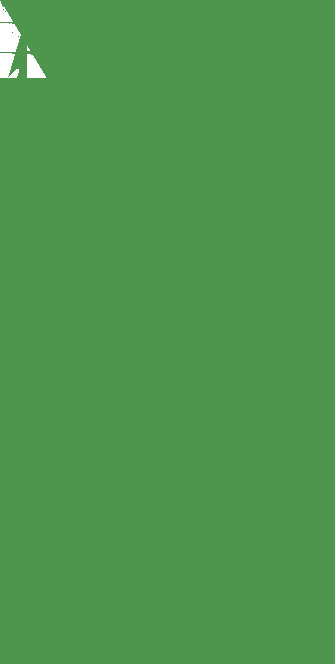
<source format=gtp>
G04 #@! TF.GenerationSoftware,KiCad,Pcbnew,8.0.7*
G04 #@! TF.CreationDate,2025-01-18T18:03:32+05:30*
G04 #@! TF.ProjectId,pico_ov7670_adapter,7069636f-5f6f-4763-9736-37305f616461,rev?*
G04 #@! TF.SameCoordinates,Original*
G04 #@! TF.FileFunction,Paste,Top*
G04 #@! TF.FilePolarity,Positive*
%FSLAX46Y46*%
G04 Gerber Fmt 4.6, Leading zero omitted, Abs format (unit mm)*
G04 Created by KiCad (PCBNEW 8.0.7) date 2025-01-18 18:03:32*
%MOMM*%
%LPD*%
G01*
G04 APERTURE LIST*
G04 Aperture macros list*
%AMRoundRect*
0 Rectangle with rounded corners*
0 $1 Rounding radius*
0 $2 $3 $4 $5 $6 $7 $8 $9 X,Y pos of 4 corners*
0 Add a 4 corners polygon primitive as box body*
4,1,4,$2,$3,$4,$5,$6,$7,$8,$9,$2,$3,0*
0 Add four circle primitives for the rounded corners*
1,1,$1+$1,$2,$3*
1,1,$1+$1,$4,$5*
1,1,$1+$1,$6,$7*
1,1,$1+$1,$8,$9*
0 Add four rect primitives between the rounded corners*
20,1,$1+$1,$2,$3,$4,$5,0*
20,1,$1+$1,$4,$5,$6,$7,0*
20,1,$1+$1,$6,$7,$8,$9,0*
20,1,$1+$1,$8,$9,$2,$3,0*%
%AMFreePoly0*
4,1,129,0.800119,0.804999,0.842119,0.803999,0.842356,0.803987,0.884356,0.800987,0.884724,0.800947,0.925724,0.794947,0.925841,0.794929,0.966841,0.787929,0.967185,0.787858,1.008185,0.777858,1.008437,0.777789,1.048437,0.765789,1.048652,0.765719,1.088652,0.751719,1.088940,0.751608,1.126940,0.735608,1.127140,0.735519,1.165140,0.717519,1.165378,0.717399,1.202378,0.697399,
1.202607,0.697266,1.238607,0.675266,1.238883,0.675085,1.272883,0.651085,1.273019,0.650985,1.306019,0.625985,1.306224,0.625821,1.338224,0.598821,1.338416,0.598651,1.369416,0.569651,1.369651,0.569416,1.398651,0.538416,1.398821,0.538224,1.425821,0.506224,1.425985,0.506019,1.450985,0.473019,1.451085,0.472883,1.475085,0.438883,1.475266,0.438607,1.497266,0.402607,
1.497399,0.402378,1.517399,0.365378,1.517519,0.365140,1.535519,0.327140,1.535608,0.326940,1.551608,0.288940,1.551719,0.288652,1.565719,0.248652,1.565789,0.248437,1.577789,0.208437,1.577858,0.208185,1.587858,0.167185,1.587929,0.166841,1.594929,0.125841,1.594947,0.125724,1.600947,0.084724,1.600987,0.084356,1.603987,0.042356,1.603999,0.042119,1.604999,0.000119,
1.604999,-0.000119,1.603999,-0.042119,1.603987,-0.042356,1.600987,-0.084356,1.600947,-0.084724,1.594947,-0.125724,1.594929,-0.125841,1.587929,-0.166841,1.587858,-0.167185,1.577858,-0.208185,1.577789,-0.208437,1.565789,-0.248437,1.565719,-0.248652,1.551719,-0.288652,1.551608,-0.288940,1.535608,-0.326940,1.535519,-0.327140,1.517519,-0.365140,1.517399,-0.365378,1.497399,-0.402378,
1.497266,-0.402607,1.475266,-0.438607,1.475085,-0.438883,1.451085,-0.472883,1.450985,-0.473019,1.425985,-0.506019,1.425821,-0.506224,1.398821,-0.538224,1.398651,-0.538416,1.369651,-0.569416,1.369416,-0.569651,1.338416,-0.598651,1.338224,-0.598821,1.306224,-0.625821,1.306019,-0.625985,1.273019,-0.650985,1.272883,-0.651085,1.238883,-0.675085,1.238607,-0.675266,1.202607,-0.697266,
1.202378,-0.697399,1.165378,-0.717399,1.165140,-0.717519,1.127140,-0.735519,1.126940,-0.735608,1.088940,-0.751608,1.088652,-0.751719,1.048652,-0.765719,1.048437,-0.765789,1.008437,-0.777789,1.008185,-0.777858,0.967185,-0.787858,0.966841,-0.787929,0.925841,-0.794929,0.925724,-0.794947,0.884724,-0.800947,0.884356,-0.800987,0.842356,-0.803987,0.842119,-0.803999,0.800119,-0.804999,
0.800000,-0.805000,-1.600000,-0.805000,-1.603536,-0.803536,-1.605000,-0.800000,-1.605000,0.800000,-1.603536,0.803536,-1.600000,0.805000,0.800000,0.805000,0.800119,0.804999,0.800119,0.804999,$1*%
G04 Aperture macros list end*
%ADD10RoundRect,0.200000X-0.275000X0.200000X-0.275000X-0.200000X0.275000X-0.200000X0.275000X0.200000X0*%
%ADD11FreePoly0,0.000000*%
%ADD12FreePoly0,180.000000*%
%ADD13O,1.100000X1.800000*%
%ADD14O,1.050000X1.450000*%
%ADD15R,1.574800X1.574800*%
%ADD16C,1.574800*%
%ADD17RoundRect,0.300000X-0.450000X-0.450000X0.450000X-0.450000X0.450000X0.450000X-0.450000X0.450000X0*%
%ADD18RoundRect,0.225000X0.250000X-0.225000X0.250000X0.225000X-0.250000X0.225000X-0.250000X-0.225000X0*%
%ADD19RoundRect,0.200000X0.275000X-0.200000X0.275000X0.200000X-0.275000X0.200000X-0.275000X-0.200000X0*%
G04 APERTURE END LIST*
D10*
X129400000Y-79175000D03*
X129400000Y-80825000D03*
D11*
X102810000Y-68000000D03*
X102810000Y-70540000D03*
X102810000Y-73080000D03*
X102810000Y-75620000D03*
X102810000Y-78160000D03*
X102810000Y-80700000D03*
X102810000Y-83240000D03*
X102810000Y-85780000D03*
X102810000Y-88320000D03*
X102810000Y-90860000D03*
X102810000Y-93400000D03*
X102810000Y-95940000D03*
X102810000Y-98480000D03*
X102810000Y-101020000D03*
X102810000Y-103560000D03*
X102810000Y-106100000D03*
X102810000Y-108640000D03*
X102810000Y-111180000D03*
X102810000Y-113720000D03*
X102810000Y-116260000D03*
D12*
X122190000Y-116260000D03*
X122190000Y-113720000D03*
X122190000Y-111180000D03*
X122190000Y-108640000D03*
X122190000Y-106100000D03*
X122190000Y-103560000D03*
X122190000Y-101020000D03*
X122190000Y-98480000D03*
X122190000Y-95940000D03*
X122190000Y-93400000D03*
X122190000Y-90860000D03*
X122190000Y-88320000D03*
X122190000Y-85780000D03*
X122190000Y-83240000D03*
X122190000Y-80700000D03*
X122190000Y-78160000D03*
X122190000Y-75620000D03*
X122190000Y-73080000D03*
X122190000Y-70540000D03*
X122190000Y-68000000D03*
D13*
X109775000Y-68130000D03*
X115225000Y-68130000D03*
D14*
X110075000Y-71160000D03*
X114925000Y-71160000D03*
D15*
X113084100Y-97830000D03*
D16*
X115624100Y-97830000D03*
X118164100Y-97830000D03*
D17*
X112500000Y-71130000D03*
X113500000Y-67830000D03*
X111500000Y-67830000D03*
X110000000Y-76130000D03*
X110000000Y-78630000D03*
X110000000Y-81130000D03*
D18*
X128000000Y-87575000D03*
X128000000Y-86025000D03*
D19*
X125200000Y-87625000D03*
X125200000Y-85975000D03*
X125200000Y-91425000D03*
X125200000Y-89775000D03*
D10*
X127400000Y-79175000D03*
X127400000Y-80825000D03*
M02*

</source>
